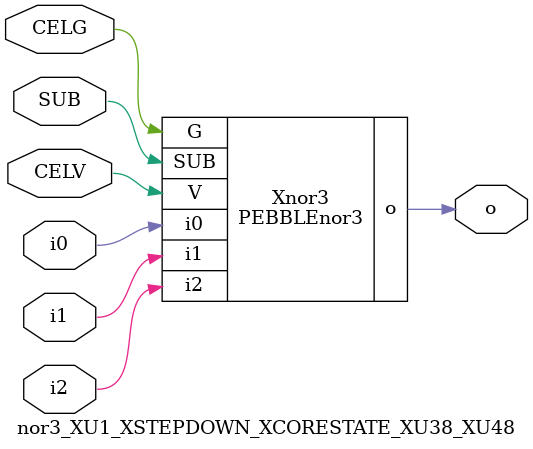
<source format=v>



module PEBBLEnor3 ( o, G, SUB, V, i0, i1, i2 );

  input i0;
  input V;
  input i2;
  input i1;
  input G;
  output o;
  input SUB;
endmodule

//Celera Confidential Do Not Copy nor3_XU1_XSTEPDOWN_XCORESTATE_XU38_XU48
//Celera Confidential Symbol Generator
//NOR3
module nor3_XU1_XSTEPDOWN_XCORESTATE_XU38_XU48 (CELV,CELG,i0,i1,i2,o,SUB);
input CELV;
input CELG;
input i0;
input i1;
input i2;
input SUB;
output o;

//Celera Confidential Do Not Copy nor3
PEBBLEnor3 Xnor3(
.V (CELV),
.i0 (i0),
.i1 (i1),
.i2 (i2),
.o (o),
.SUB (SUB),
.G (CELG)
);
//,diesize,PEBBLEnor3

//Celera Confidential Do Not Copy Module End
//Celera Schematic Generator
endmodule

</source>
